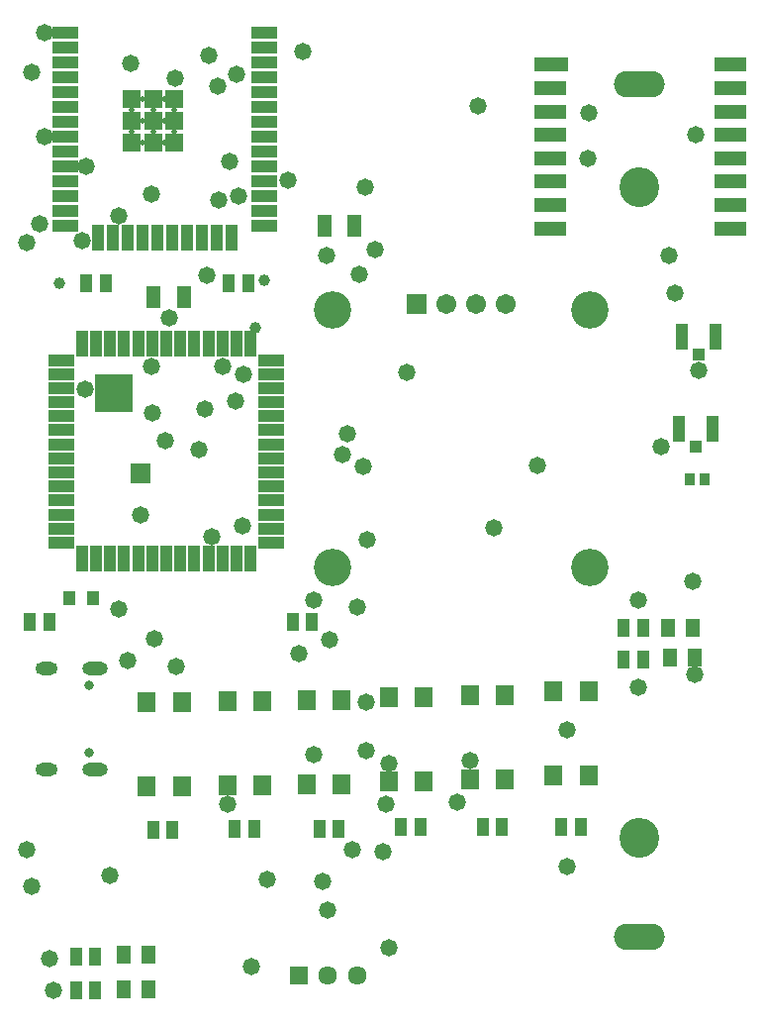
<source format=gts>
G04*
G04 #@! TF.GenerationSoftware,Altium Limited,Altium Designer,24.5.2 (23)*
G04*
G04 Layer_Color=8388736*
%FSLAX44Y44*%
%MOMM*%
G71*
G04*
G04 #@! TF.SameCoordinates,D1886AC5-69C4-4AC9-A439-FDEF45822962*
G04*
G04*
G04 #@! TF.FilePolarity,Negative*
G04*
G01*
G75*
%ADD31R,1.0000X1.2500*%
%ADD34R,1.0532X1.5532*%
%ADD35R,1.6032X1.8032*%
%ADD36R,2.2032X1.0032*%
%ADD37R,1.0032X2.2032*%
%ADD38R,1.7032X1.7032*%
%ADD39R,3.2032X3.2032*%
%ADD40R,2.8032X1.3032*%
%ADD41R,3.0032X1.3032*%
%ADD42R,1.3032X1.9032*%
%ADD43R,1.0500X2.2000*%
%ADD44R,2.2032X1.1032*%
%ADD45R,1.5332X1.5332*%
%ADD46R,1.1032X2.2032*%
%ADD47R,1.3032X1.5032*%
%ADD48R,1.0000X1.0500*%
%ADD49R,0.8432X1.0432*%
%ADD50O,1.9032X1.1032*%
%ADD51O,2.2032X1.1032*%
%ADD52C,0.8032*%
%ADD53O,4.3432X2.2732*%
%ADD54R,1.7112X1.7112*%
%ADD55C,0.5032*%
%ADD56C,1.7112*%
%ADD57C,1.6112*%
%ADD58R,1.6112X1.6112*%
%ADD59C,3.4032*%
%ADD60C,3.2032*%
%ADD61C,1.4732*%
%ADD62C,1.0032*%
D31*
X68420Y506730D02*
D03*
X48420D02*
D03*
D34*
X79370Y775970D02*
D03*
X62870D02*
D03*
X522450Y481330D02*
D03*
Y454660D02*
D03*
X469270Y311150D02*
D03*
X401960D02*
D03*
X332110D02*
D03*
X262260Y309880D02*
D03*
X189870D02*
D03*
X120020Y308610D02*
D03*
X53980Y171450D02*
D03*
X70480D02*
D03*
X53980Y200660D02*
D03*
X70480D02*
D03*
X184790Y775970D02*
D03*
X201290D02*
D03*
X14610Y486410D02*
D03*
X31110D02*
D03*
X538950Y481330D02*
D03*
Y454660D02*
D03*
X239400Y486410D02*
D03*
X255900D02*
D03*
X136520Y308610D02*
D03*
X418460Y311150D02*
D03*
X348610D02*
D03*
X206370Y309880D02*
D03*
X485770Y311150D02*
D03*
X278760Y309880D02*
D03*
D35*
X391160Y352180D02*
D03*
Y424180D02*
D03*
X421160D02*
D03*
Y352180D02*
D03*
X462520Y355160D02*
D03*
X321550Y350080D02*
D03*
X251460Y347980D02*
D03*
X183360Y346710D02*
D03*
X114540Y346270D02*
D03*
X251460Y419980D02*
D03*
X281460D02*
D03*
Y347980D02*
D03*
X462520Y427160D02*
D03*
X492520D02*
D03*
Y355160D02*
D03*
X321550Y422080D02*
D03*
X351550D02*
D03*
Y350080D02*
D03*
X183360Y418710D02*
D03*
X213360D02*
D03*
Y346710D02*
D03*
X114540Y418270D02*
D03*
X144540D02*
D03*
Y346270D02*
D03*
D36*
X41220Y710410D02*
D03*
Y698410D02*
D03*
Y686410D02*
D03*
Y674410D02*
D03*
Y662410D02*
D03*
Y650410D02*
D03*
Y638410D02*
D03*
Y626410D02*
D03*
Y614410D02*
D03*
Y590410D02*
D03*
Y578410D02*
D03*
Y566410D02*
D03*
Y554410D02*
D03*
X221220D02*
D03*
Y566410D02*
D03*
Y578410D02*
D03*
Y590410D02*
D03*
Y602410D02*
D03*
Y614410D02*
D03*
Y626410D02*
D03*
Y638410D02*
D03*
Y650410D02*
D03*
Y662410D02*
D03*
Y674410D02*
D03*
Y686410D02*
D03*
Y698410D02*
D03*
Y710410D02*
D03*
X41220Y602410D02*
D03*
D37*
X59220Y540410D02*
D03*
X71220D02*
D03*
X83220D02*
D03*
X95220D02*
D03*
X107220D02*
D03*
X119220D02*
D03*
X131220D02*
D03*
X143220D02*
D03*
X155220D02*
D03*
X167220D02*
D03*
X179220D02*
D03*
X191220D02*
D03*
X203220Y724410D02*
D03*
X191220D02*
D03*
X167220D02*
D03*
X155220D02*
D03*
X143220D02*
D03*
X131220D02*
D03*
X119220D02*
D03*
X107220D02*
D03*
X95220D02*
D03*
X83220D02*
D03*
X71220D02*
D03*
X59220D02*
D03*
X203220Y540410D02*
D03*
X179220Y724410D02*
D03*
D38*
X109220Y613410D02*
D03*
D39*
X86220Y682410D02*
D03*
D40*
X613740Y962960D02*
D03*
X459740Y942960D02*
D03*
X613740Y822960D02*
D03*
X459740Y922960D02*
D03*
Y902960D02*
D03*
Y882960D02*
D03*
Y862960D02*
D03*
Y842960D02*
D03*
Y822960D02*
D03*
X613740Y842960D02*
D03*
Y862960D02*
D03*
Y882960D02*
D03*
Y902960D02*
D03*
Y922960D02*
D03*
Y942960D02*
D03*
D41*
X460740Y962960D02*
D03*
D42*
X292400Y825500D02*
D03*
X146350Y764540D02*
D03*
X266400Y825500D02*
D03*
X120350Y764540D02*
D03*
D43*
X601490Y730250D02*
D03*
X571990D02*
D03*
X598950Y651510D02*
D03*
X569450D02*
D03*
D44*
X214950Y990100D02*
D03*
X44950D02*
D03*
Y977400D02*
D03*
X214950D02*
D03*
Y964700D02*
D03*
Y952000D02*
D03*
Y939300D02*
D03*
Y926600D02*
D03*
Y913900D02*
D03*
Y901200D02*
D03*
Y888500D02*
D03*
Y875800D02*
D03*
Y863100D02*
D03*
Y850400D02*
D03*
Y837700D02*
D03*
Y825000D02*
D03*
X44950D02*
D03*
Y837700D02*
D03*
Y850400D02*
D03*
Y863100D02*
D03*
Y875800D02*
D03*
Y888500D02*
D03*
Y901200D02*
D03*
Y913900D02*
D03*
Y926600D02*
D03*
Y939300D02*
D03*
Y952000D02*
D03*
Y964700D02*
D03*
D45*
X138300Y933450D02*
D03*
Y915100D02*
D03*
Y896750D02*
D03*
X119950Y933450D02*
D03*
Y896750D02*
D03*
Y915100D02*
D03*
X101600D02*
D03*
Y933450D02*
D03*
Y896750D02*
D03*
D46*
X72800Y815000D02*
D03*
X187100D02*
D03*
X174400D02*
D03*
X161700D02*
D03*
X149000D02*
D03*
X136300D02*
D03*
X123600D02*
D03*
X110900D02*
D03*
X98200D02*
D03*
X85500D02*
D03*
D47*
X115910Y172720D02*
D03*
Y201930D02*
D03*
X94910Y172720D02*
D03*
Y201930D02*
D03*
X560840Y481330D02*
D03*
X581840D02*
D03*
X562110Y455930D02*
D03*
X583110D02*
D03*
D48*
X586740Y715000D02*
D03*
X584200Y636260D02*
D03*
D49*
X592070Y608330D02*
D03*
X578870D02*
D03*
D50*
X28750Y446800D02*
D03*
Y360300D02*
D03*
D51*
X70450Y446800D02*
D03*
Y360300D02*
D03*
D52*
X65550Y432450D02*
D03*
Y374650D02*
D03*
D53*
X535940Y946420D02*
D03*
Y217420D02*
D03*
D54*
X345440Y758190D02*
D03*
D55*
X138300Y924275D02*
D03*
Y905925D02*
D03*
X129125Y915100D02*
D03*
Y933450D02*
D03*
Y896750D02*
D03*
X119950Y924275D02*
D03*
X110775Y933450D02*
D03*
X119950Y905925D02*
D03*
X110775Y896750D02*
D03*
Y915100D02*
D03*
X101600Y924275D02*
D03*
Y905925D02*
D03*
D56*
X370840Y758190D02*
D03*
X421640D02*
D03*
X396240D02*
D03*
D57*
X294640Y184150D02*
D03*
X269640D02*
D03*
D58*
X244640D02*
D03*
D59*
X535940Y858520D02*
D03*
Y302370D02*
D03*
D60*
X273540Y533190D02*
D03*
X493540D02*
D03*
Y753190D02*
D03*
X273540D02*
D03*
D61*
X90170Y497840D02*
D03*
X22860Y826770D02*
D03*
D03*
X166269Y783174D02*
D03*
X59182Y812292D02*
D03*
X12192Y810768D02*
D03*
X448818Y620014D02*
D03*
X411734Y567436D02*
D03*
X285750Y647700D02*
D03*
X190500Y675640D02*
D03*
X179220Y704977D02*
D03*
X109220Y577850D02*
D03*
X302260Y417830D02*
D03*
X139700Y448310D02*
D03*
X97790Y453390D02*
D03*
X244260Y459166D02*
D03*
X309880Y805180D02*
D03*
X193040Y850900D02*
D03*
X185420Y880110D02*
D03*
X492760Y922020D02*
D03*
X27330Y990100D02*
D03*
X138430Y951230D02*
D03*
X257556Y373489D02*
D03*
X474472Y394208D02*
D03*
X294894Y499364D02*
D03*
X300990Y858012D02*
D03*
X170180Y559562D02*
D03*
X581840Y521462D02*
D03*
X196342Y568452D02*
D03*
X583184Y441706D02*
D03*
X120904Y472440D02*
D03*
X133350Y746760D02*
D03*
X586740Y702056D02*
D03*
X34290Y171450D02*
D03*
X27432Y901200D02*
D03*
X130556Y641350D02*
D03*
X118618Y705358D02*
D03*
X90678Y833882D02*
D03*
X167386Y971296D02*
D03*
X491490Y882960D02*
D03*
X336550Y699770D02*
D03*
X281940Y629920D02*
D03*
X271046Y471650D02*
D03*
X62230Y875792D02*
D03*
X299974Y619760D02*
D03*
X31230Y199020D02*
D03*
X61722Y685292D02*
D03*
X16002Y956564D02*
D03*
X119380Y665226D02*
D03*
X159512Y633984D02*
D03*
X175514Y944880D02*
D03*
X176022Y847344D02*
D03*
X561086Y800100D02*
D03*
X584210Y902960D02*
D03*
X191516Y954786D02*
D03*
X257048Y505206D02*
D03*
X247650Y974013D02*
D03*
X118872Y852424D02*
D03*
X235590Y864108D02*
D03*
X197590Y698410D02*
D03*
X269240Y240030D02*
D03*
X534924Y430401D02*
D03*
X183360Y331090D02*
D03*
X321550Y365700D02*
D03*
X391160Y367800D02*
D03*
X16256Y260604D02*
D03*
X203708Y192278D02*
D03*
X83058Y269494D02*
D03*
X265176Y265176D02*
D03*
X319024Y331216D02*
D03*
X379730Y332232D02*
D03*
X473710Y277622D02*
D03*
X268732Y799592D02*
D03*
X100330Y964438D02*
D03*
X11938Y292100D02*
D03*
X321818Y207772D02*
D03*
X217932Y266700D02*
D03*
X316738Y289814D02*
D03*
X303276Y557022D02*
D03*
X164592Y668782D02*
D03*
X296672Y783844D02*
D03*
X554228Y636270D02*
D03*
X566420Y768096D02*
D03*
X397764Y928116D02*
D03*
X290322Y291709D02*
D03*
X302388Y376428D02*
D03*
X534924Y505588D02*
D03*
D62*
X39370Y775970D02*
D03*
X207010Y737870D02*
D03*
X214630Y778510D02*
D03*
M02*

</source>
